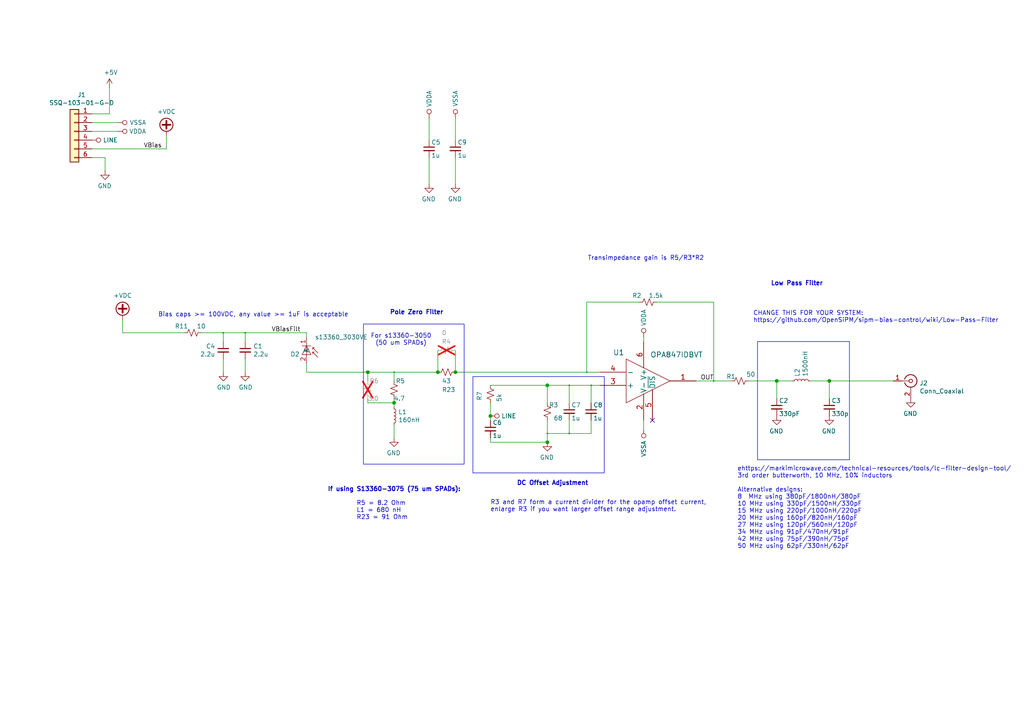
<source format=kicad_sch>
(kicad_sch (version 20250114) (generator "eeschema") (generator_version "9.0")
  (paper "A4")
  (lib_symbols
    (symbol "Connector:Conn_Coaxial" (pin_names (hide yes))
      (property "Reference" "J" (at 0.254 3.048 0))
      (property "Value" "Conn_Coaxial" (at 2.921 0 90))
      (symbol "Conn_Coaxial_0_1"
        (polyline (pts (xy -2.54 0) (xy -0.508 0)))
        (arc (start 1.778 0) (mid 0.222 -1.8079) (end -1.778 -0.508) (stroke (width 0.254)))
        (arc (start -1.778 0.508) (mid 0.2221 1.8084) (end 1.778 0) (stroke (width 0.254)))
        (circle (center 0 0) (radius 0.508) (stroke (width 0.2032)))
        (polyline (pts (xy 0 -2.54) (xy 0 -1.778)))
      )
      (symbol "Conn_Coaxial_1_1"
        (pin passive line (at -5.08 0 0) (length 2.54) (name "In") (number "1"))
        (pin passive line (at 0 -5.08 90) (length 2.54) (name "Ext") (number "2"))
      )
    )
    (symbol "Connector_Generic:Conn_01x06" (pin_names (hide yes))
      (property "Reference" "J" (at 0 7.62 0))
      (property "Value" "Conn_01x06" (at 0 -10.16 0))
      (symbol "Conn_01x06_1_1"
        (rectangle (start -1.27 6.35) (end 1.27 -8.89) (stroke (width 0.254)) (fill (type background)))
        (rectangle (start -1.27 5.207) (end 0 4.953) (stroke (width 0.1524)))
        (rectangle (start -1.27 2.667) (end 0 2.413) (stroke (width 0.1524)))
        (rectangle (start -1.27 0.127) (end 0 -0.127) (stroke (width 0.1524)))
        (rectangle (start -1.27 -2.413) (end 0 -2.667) (stroke (width 0.1524)))
        (rectangle (start -1.27 -4.953) (end 0 -5.207) (stroke (width 0.1524)))
        (rectangle (start -1.27 -7.493) (end 0 -7.747) (stroke (width 0.1524)))
        (pin passive line (at -5.08 5.08 0) (length 3.81) (name "Pin_1") (number "1"))
        (pin passive line (at -5.08 2.54 0) (length 3.81) (name "Pin_2") (number "2"))
        (pin passive line (at -5.08 0 0) (length 3.81) (name "Pin_3") (number "3"))
        (pin passive line (at -5.08 -2.54 0) (length 3.81) (name "Pin_4") (number "4"))
        (pin passive line (at -5.08 -5.08 0) (length 3.81) (name "Pin_5") (number "5"))
        (pin passive line (at -5.08 -7.62 0) (length 3.81) (name "Pin_6") (number "6"))
      )
    )
    (symbol "Device:C_Small" (pin_numbers (hide yes)) (pin_names (offset 0.254) (hide yes))
      (property "Reference" "C" (at 0.254 1.778 0))
      (property "Value" "C_Small" (at 0.254 -2.032 0))
      (symbol "C_Small_0_1"
        (polyline (pts (xy -1.524 0.508) (xy 1.524 0.508)) (stroke (width 0.3048)))
        (polyline (pts (xy -1.524 -0.508) (xy 1.524 -0.508)) (stroke (width 0.3302)))
      )
      (symbol "C_Small_1_1"
        (pin passive line (at 0 2.54 270) (length 2.032) (name "~") (number "1"))
        (pin passive line (at 0 -2.54 90) (length 2.032) (name "~") (number "2"))
      )
    )
    (symbol "Device:L_Small" (pin_numbers (hide yes)) (pin_names (offset 0.254) (hide yes))
      (property "Reference" "L" (at 0.762 1.016 0))
      (property "Value" "L_Small" (at 0.762 -1.016 0))
      (symbol "L_Small_0_1"
        (arc (start 0 2.032) (mid 0.5058 1.524) (end 0 1.016))
        (arc (start 0 1.016) (mid 0.5058 0.508) (end 0 0))
        (arc (start 0 0) (mid 0.5058 -0.508) (end 0 -1.016))
        (arc (start 0 -1.016) (mid 0.5058 -1.524) (end 0 -2.032))
      )
      (symbol "L_Small_1_1"
        (pin passive line (at 0 2.54 270) (length 0.508) (name "~") (number "1"))
        (pin passive line (at 0 -2.54 90) (length 0.508) (name "~") (number "2"))
      )
    )
    (symbol "Device:R_Small_US" (pin_numbers (hide yes)) (pin_names (offset 0.254) (hide yes))
      (property "Reference" "R" (at 0.762 0.508 0))
      (property "Value" "R_Small_US" (at 0.762 -1.016 0))
      (symbol "R_Small_US_1_1"
        (polyline (pts (xy 0 1.524) (xy 1.016 1.143) (xy 0 0.762) (xy -1.016 0.381) (xy 0 0)))
        (polyline (pts (xy 0 0) (xy 1.016 -0.381) (xy 0 -0.762) (xy -1.016 -1.143) (xy 0 -1.524)))
        (pin passive line (at 0 2.54 270) (length 1.016) (name "~") (number "1"))
        (pin passive line (at 0 -2.54 90) (length 1.016) (name "~") (number "2"))
      )
    )
    (symbol "OPA847:OPA847IDBVT" (pin_names (offset 0.254))
      (property "Reference" "U" (at 6.35 39.37 0))
      (property "Value" "OPA847IDBVT" (at 22.86 39.37 0))
      (symbol "OPA847IDBVT_1_0"
        (pin unspecified line (at 16.51 20.32 90) (length 8.89) (name "~{DIS}") (number "5"))
      )
      (symbol "OPA847IDBVT_1_1"
        (polyline (pts (xy 8.89 25.4) (xy 8.89 38.1) (xy 21.59 31.75) (xy 8.89 25.4)))
        (pin input line (at 1.27 34.29 0) (length 7.62) (name "-") (number "4"))
        (pin input line (at 1.27 30.48 0) (length 7.62) (name "+") (number "3"))
        (pin power_in line (at 13.97 43.18 270) (length 7.62) (name "V+") (number "6"))
        (pin power_in line (at 13.97 20.32 90) (length 7.62) (name "V-") (number "2"))
        (pin output line (at 29.21 31.75 180) (length 7.62) (name "~") (number "1"))
      )
    )
    (symbol "SIPMLibrary:S14160-3mm"
      (property "Reference" "D2" (at -0.1206 -1.9813 90))
      (property "Value" "s13360_3030VE" (at -5.08 17.78 90))
      (symbol "S14160-3mm_0_1"
        (polyline (pts (xy -2.54 1.27) (xy -2.54 -1.27)) (stroke (width 0.1524)))
        (polyline (pts (xy -2.032 1.778) (xy -1.524 1.778)))
        (polyline (pts (xy -0.508 3.302) (xy -2.032 1.778) (xy -2.032 2.286)))
        (polyline (pts (xy 0 1.27) (xy 0 -1.27)))
        (polyline (pts (xy 0 1.27) (xy -2.54 0) (xy 0 -1.27)))
        (polyline (pts (xy 0 0) (xy -2.54 0)))
        (polyline (pts (xy 0.762 3.302) (xy -0.762 1.778) (xy -0.762 2.286) (xy -0.762 1.778) (xy -0.254 1.778)))
      )
      (symbol "S14160-3mm_1_1"
        (pin passive line (at -5.08 0 0) (length 2.54) (name "K") (number "1"))
        (pin passive line (at 2.54 0 180) (length 2.54) (name "A") (number "2"))
      )
    )
    (symbol "power:+5V" (power) (pin_names (offset 0))
      (property "Value" "+5V" (at 0 3.556 0))
      (symbol "+5V_0_1"
        (polyline (pts (xy -0.762 1.27) (xy 0 2.54)))
        (polyline (pts (xy 0 2.54) (xy 0.762 1.27)))
        (polyline (pts (xy 0 0) (xy 0 2.54)))
      )
      (symbol "+5V_1_1"
        (pin power_in line (at 0 0 90) (length 0) (hide yes) (name "+5V") (number "1"))
      )
    )
    (symbol "power:+VDC" (power) (pin_names (offset 0))
      (property "Value" "+VDC" (at 0 6.35 0))
      (symbol "+VDC_0_1"
        (polyline (pts (xy -1.143 3.175) (xy 1.143 3.175)) (stroke (width 0.508)))
        (circle (center 0 3.175) (radius 1.905) (stroke (width 0.254)))
        (polyline (pts (xy 0 2.032) (xy 0 4.318)) (stroke (width 0.508)))
        (polyline (pts (xy 0 0) (xy 0 1.27)))
      )
      (symbol "+VDC_1_1"
        (pin power_in line (at 0 0 90) (length 0) (hide yes) (name "+VDC") (number "1"))
      )
    )
    (symbol "power:GND" (power) (pin_names (offset 0))
      (property "Value" "GND" (at 0 -3.81 0))
      (symbol "GND_0_1"
        (polyline (pts (xy 0 0) (xy 0 -1.27) (xy 1.27 -1.27) (xy 0 -2.54) (xy -1.27 -1.27) (xy 0 -1.27)))
      )
      (symbol "GND_1_1"
        (pin power_in line (at 0 0 270) (length 0) (hide yes) (name "GND") (number "1"))
      )
    )
    (symbol "power:LINE" (power) (pin_names (offset 0))
      (property "Value" "LINE" (at 0 3.81 0))
      (symbol "LINE_0_1"
        (circle (center 0 1.905) (radius 0.635))
        (polyline (pts (xy 0 0) (xy 0 1.27)))
      )
      (symbol "LINE_1_1"
        (pin power_in line (at 0 0 90) (length 0) (hide yes) (name "LINE") (number "1"))
      )
    )
    (symbol "power:VDDA" (power) (pin_names (offset 0))
      (property "Value" "VDDA" (at 0 3.81 0))
      (symbol "VDDA_0_1"
        (circle (center 0 1.905) (radius 0.635))
        (polyline (pts (xy 0 0) (xy 0 1.27)))
      )
      (symbol "VDDA_1_1"
        (pin power_in line (at 0 0 90) (length 0) (hide yes) (name "VDDA") (number "1"))
      )
    )
    (symbol "power:VSSA" (power) (pin_names (offset 0))
      (property "Value" "VSSA" (at 0 3.81 0))
      (symbol "VSSA_0_1"
        (circle (center 0 1.905) (radius 0.635))
        (polyline (pts (xy 0 0) (xy 0 1.27)))
      )
      (symbol "VSSA_1_1"
        (pin power_in line (at 0 0 90) (length 0) (hide yes) (name "VSSA") (number "1"))
      )
    )
  )
  (rectangle (start 105.41 93.98) (end 134.62 134.62))
  (rectangle (start 137.16 109.22) (end 175.26 137.16))
  (rectangle (start 219.71 99.06) (end 246.38 133.35))
  (text "Pole Zero Filter" (at 113.03 91.44 0) (effects (font (size 1.27 1.27) (thickness 0.254) (bold yes)) (justify left bottom)))
  (text "ehttps://markimicrowave.com/technical-resources/tools/lc-filter-design-tool/\n3rd order butterworth, 10 MHz, 10% inductors\n\nAlternative designs:  \n8  MHz using 380pF/1800nH/380pF\n10 MHz using 330pF/1500nH/330pF\n15 MHz using 220pF/1000nH/220pF\n20 MHz using 160pF/820nH/160pF\n27 MHz using 120pF/560nH/120pF\n34 MHz using 91pF/470nH/91pF\n42 MHz using 75pF/390nH/75pF\n50 MHz using 62pF/330nH/62pF" (at 213.868 159.258 0) (effects (font (size 1.27 1.27)) (justify left bottom)))
  (text "Bias caps >= 100VDC, any value >= 1uF is acceptable" (at 45.847 92.075 0) (effects (font (size 1.27 1.27)) (justify left bottom)))
  (text "Low Pass Filter" (at 231.14 82.296 0) (effects (font (size 1.27 1.27) (thickness 0.254) (bold yes))))
  (text "R5 = 8.2 Ohm\nL1 = 680 nH\nR23 = 91 Ohm" (at 103.378 150.876 0) (effects (font (size 1.27 1.27)) (justify left bottom)))
  (text "If using S13360-3075 (75 um SPADs):\n" (at 94.996 142.748 0) (effects (font (size 1.27 1.27) (thickness 0.254) (bold yes)) (justify left bottom)))
  (text "CHANGE THIS FOR YOUR SYSTEM:\nhttps://github.com/OpenSiPM/sipm-bias-control/wiki/Low-Pass-Filter" (at 218.44 93.726 0) (effects (font (size 1.27 1.27)) (justify left bottom)))
  (text "DC Offset Adjustment" (at 149.86 140.97 0) (effects (font (size 1.27 1.27) (thickness 0.254) (bold yes)) (justify left bottom)))
  (text "For s13360-3050\n(50 um SPADs)" (at 116.332 98.552 0) (effects (font (size 1.27 1.27))))
  (text "R3 and R7 form a current divider for the opamp offset current, \nenlarge R3 if you want larger offset range adjustment." (at 142.24 148.59 0) (effects (font (size 1.27 1.27)) (justify left bottom)))
  (text "Transimpedance gain is R5/R3*R2" (at 204.216 75.692 0) (effects (font (size 1.27 1.27)) (justify right bottom)))
  (junction (at 207.01 110.49) (diameter 0.3048))
  (junction (at 225.298 110.49))
  (junction (at 158.75 111.76))
  (junction (at 158.75 125.73) (diameter 0.3048))
  (junction (at 158.75 128.27))
  (junction (at 165.1 125.73) (diameter 0.3048))
  (junction (at 142.24 120.65))
  (junction (at 64.77 96.52) (diameter 0.3048))
  (junction (at 170.18 107.95) (diameter 0.3048))
  (junction (at 71.12 96.52) (diameter 0.3048))
  (junction (at 171.45 111.76) (diameter 0.3048))
  (junction (at 127 107.95))
  (junction (at 240.538 110.49))
  (junction (at 165.1 111.76) (diameter 0.3048))
  (junction (at 132.08 107.95))
  (junction (at 106.68 107.95))
  (junction (at 114.3 116.84))
  (junction (at 114.3 107.95) (diameter 0.3048))
  (no_connect (at 189.23 121.92))
  (wire (pts (xy 142.24 120.65) (xy 142.24 116.84)))
  (wire (pts (xy 217.17 110.49) (xy 225.298 110.49)))
  (wire (pts (xy 158.75 125.73) (xy 165.1 125.73)))
  (wire (pts (xy 71.12 99.06) (xy 71.12 96.52)))
  (wire (pts (xy 158.75 111.76) (xy 165.1 111.76)))
  (wire (pts (xy 88.9 107.95) (xy 106.68 107.95)))
  (wire (pts (xy 165.1 116.84) (xy 165.1 111.76)))
  (wire (pts (xy 26.67 33.02) (xy 31.75 33.02)))
  (wire (pts (xy 170.18 107.95) (xy 132.08 107.95)))
  (wire (pts (xy 106.68 116.84) (xy 114.3 116.84)))
  (wire (pts (xy 158.75 121.92) (xy 158.75 125.73)))
  (wire (pts (xy 127 101.6) (xy 127 107.95)))
  (wire (pts (xy 34.29 38.1) (xy 26.67 38.1)))
  (wire (pts (xy 31.75 33.02) (xy 31.75 25.4)))
  (wire (pts (xy 132.08 45.72) (xy 132.08 53.34)))
  (wire (pts (xy 124.46 45.72) (xy 124.46 53.34)))
  (wire (pts (xy 170.18 107.95) (xy 173.99 107.95)))
  (wire (pts (xy 114.3 123.19) (xy 114.3 127)))
  (wire (pts (xy 132.08 101.6) (xy 132.08 107.95)))
  (wire (pts (xy 35.56 96.52) (xy 53.34 96.52)))
  (wire (pts (xy 64.77 104.14) (xy 64.77 107.95)))
  (wire (pts (xy 190.5 87.63) (xy 207.01 87.63)))
  (wire (pts (xy 142.24 127) (xy 142.24 128.27)))
  (wire (pts (xy 64.77 96.52) (xy 71.12 96.52)))
  (wire (pts (xy 132.08 34.29) (xy 132.08 40.64)))
  (wire (pts (xy 207.01 87.63) (xy 207.01 110.49)))
  (wire (pts (xy 64.77 96.52) (xy 64.77 99.06)))
  (wire (pts (xy 225.298 110.49) (xy 229.87 110.49)))
  (wire (pts (xy 71.12 96.52) (xy 88.9 96.52)))
  (wire (pts (xy 114.3 118.11) (xy 114.3 116.84)))
  (wire (pts (xy 158.75 111.76) (xy 158.75 116.84)))
  (wire (pts (xy 106.68 107.95) (xy 114.3 107.95)))
  (wire (pts (xy 30.48 45.72) (xy 26.67 45.72)))
  (wire (pts (xy 34.29 35.56) (xy 26.67 35.56)))
  (wire (pts (xy 30.48 49.53) (xy 30.48 45.72)))
  (wire (pts (xy 142.24 120.65) (xy 142.24 121.92)))
  (wire (pts (xy 240.538 110.49) (xy 259.08 110.49)))
  (wire (pts (xy 225.298 110.49) (xy 225.298 115.57)))
  (wire (pts (xy 170.18 87.63) (xy 185.42 87.63)))
  (wire (pts (xy 165.1 125.73) (xy 171.45 125.73)))
  (wire (pts (xy 165.1 125.73) (xy 165.1 121.92)))
  (wire (pts (xy 171.45 111.76) (xy 173.99 111.76)))
  (wire (pts (xy 106.68 115.57) (xy 106.68 116.84)))
  (wire (pts (xy 88.9 105.41) (xy 88.9 107.95)))
  (wire (pts (xy 142.24 111.76) (xy 158.75 111.76)))
  (wire (pts (xy 170.18 87.63) (xy 170.18 107.95)))
  (wire (pts (xy 58.42 96.52) (xy 64.77 96.52)))
  (wire (pts (xy 158.75 125.73) (xy 158.75 128.27)))
  (wire (pts (xy 88.9 96.52) (xy 88.9 97.79)))
  (wire (pts (xy 186.69 99.06) (xy 186.69 97.79)))
  (wire (pts (xy 165.1 111.76) (xy 171.45 111.76)))
  (wire (pts (xy 106.68 107.95) (xy 106.68 110.49)))
  (wire (pts (xy 114.3 107.95) (xy 127 107.95)))
  (wire (pts (xy 171.45 125.73) (xy 171.45 121.92)))
  (wire (pts (xy 240.538 110.49) (xy 240.538 115.57)))
  (wire (pts (xy 142.24 128.27) (xy 158.75 128.27)))
  (wire (pts (xy 186.69 124.46) (xy 186.69 121.92)))
  (wire (pts (xy 171.45 116.84) (xy 171.45 111.76)))
  (wire (pts (xy 35.56 92.71) (xy 35.56 96.52)))
  (wire (pts (xy 234.95 110.49) (xy 240.538 110.49)))
  (wire (pts (xy 124.46 34.29) (xy 124.46 40.64)))
  (wire (pts (xy 114.3 116.84) (xy 114.3 115.57)))
  (wire (pts (xy 207.01 110.49) (xy 201.93 110.49)))
  (wire (pts (xy 114.3 110.49) (xy 114.3 107.95)))
  (wire (pts (xy 71.12 107.95) (xy 71.12 104.14)))
  (wire (pts (xy 48.26 39.37) (xy 48.26 43.18)))
  (wire (pts (xy 26.67 43.18) (xy 48.26 43.18)))
  (wire (pts (xy 207.01 110.49) (xy 212.09 110.49)))
  (label "VBias" (at 46.99 43.18 180))
  (label "OUT" (at 207.01 110.49 180))
  (label "VBiasFilt" (at 78.74 96.52 0))
  (symbol (lib_id "Connector_Generic:Conn_01x06") (at 21.59 38.1 0) (mirror y) (unit 1)
    (property "Reference" "J1" (at 23.6728 27.5082 0))
    (property "Value" "SSQ-103-01-G-D" (at 23.6728 29.8196 0))
    (property "Footprint" "footprints:PinHeader_2x03_P2.54mm_Vertical" (effects (hide yes)))
  )
  (symbol (lib_id "power:+5V") (at 31.75 25.4 0) (unit 1)
    (property "Reference" "#PWR0101" (effects (hide yes)))
    (property "Value" "+5V" (at 32.131 21.0058 0))
  )
  (symbol (lib_id "OPA847:OPA847IDBVT") (at 172.72 142.24 0) (unit 1)
    (property "Reference" "U1" (at 177.8 102.235 0) (effects (font (size 1.524 1.524)) (justify left)))
    (property "Value" "OPA847IDBVT" (at 188.595 102.87 0) (effects (font (size 1.524 1.524)) (justify left)))
    (property "Footprint" "footprints:OPA847IDBVT" (effects (hide yes)))
  )
  (symbol (lib_id "power:VDDA") (at 34.29 38.1 270) (mirror x) (unit 1)
    (property "Reference" "#PWR04" (effects (hide yes)))
    (property "Value" "VDDA" (at 37.465 38.1 90) (effects (justify left)))
  )
  (symbol (lib_id "power:VSSA") (at 34.29 35.56 270) (mirror x) (unit 1)
    (property "Reference" "#PWR03" (effects (hide yes)))
    (property "Value" "VSSA" (at 40.005 35.56 90))
  )
  (symbol (lib_id "power:GND") (at 30.48 49.53 0) (mirror y) (unit 1)
    (property "Reference" "#PWR01" (effects (hide yes)))
    (property "Value" "GND" (at 30.353 53.9242 0))
  )
  (symbol (lib_id "power:+VDC") (at 48.26 39.37 0) (mirror y) (unit 1)
    (property "Reference" "#PWR05" (effects (hide yes)))
    (property "Value" "+VDC" (at 48.26 32.385 0))
  )
  (symbol (lib_id "power:+VDC") (at 35.56 92.71 0) (unit 1)
    (property "Reference" "#PWR02" (effects (hide yes)))
    (property "Value" "+VDC" (at 35.56 85.725 0))
  )
  (symbol (lib_id "Device:R_Small_US") (at 55.88 96.52 90) (unit 1)
    (property "Reference" "R11" (at 54.61 94.615 90) (effects (justify left)))
    (property "Value" "10" (at 59.69 94.615 90) (effects (justify left)))
    (property "Footprint" "Resistor_SMD:R_0402_1005Metric_Pad0.72x0.64mm_HandSolder" (effects (hide yes)))
  )
  (symbol (lib_id "Device:C_Small") (at 71.12 101.6 0) (unit 1)
    (property "Reference" "C1" (at 73.4568 100.4316 0) (effects (justify left)))
    (property "Value" "2.2u" (at 73.457 102.743 0) (effects (justify left)))
    (property "Footprint" "Capacitor_SMD:C_1206_3216Metric" (effects (hide yes)))
    (property "Voltage" "100V" (effects (hide yes)))
  )
  (symbol (lib_id "power:GND") (at 71.12 107.95 0) (unit 1)
    (property "Reference" "#PWR07" (effects (hide yes)))
    (property "Value" "GND" (at 71.247 112.3442 0))
  )
  (symbol (lib_id "Device:R_Small_US") (at 187.96 87.63 90) (unit 1)
    (property "Reference" "R2" (at 186.055 85.725 90) (effects (justify left)))
    (property "Value" "1.5k" (at 192.405 85.725 90) (effects (justify left)))
    (property "Footprint" "Resistor_SMD:R_0402_1005Metric_Pad0.72x0.64mm_HandSolder" (effects (hide yes)))
  )
  (symbol (lib_id "power:VDDA") (at 186.69 97.79 0) (mirror y) (unit 1)
    (property "Reference" "#PWR016" (effects (hide yes)))
    (property "Value" "VDDA" (at 186.69 94.615 90) (effects (justify left)))
  )
  (symbol (lib_id "power:VSSA") (at 186.69 124.46 0) (mirror x) (unit 1)
    (property "Reference" "#PWR017" (effects (hide yes)))
    (property "Value" "VSSA" (at 186.69 130.175 90))
  )
  (symbol (lib_id "Device:C_Small") (at 132.08 43.18 0) (unit 1)
    (property "Reference" "C9" (at 132.715 41.275 0) (effects (justify left)))
    (property "Value" "1u" (at 132.715 45.085 0) (effects (justify left)))
    (property "Footprint" "Capacitor_SMD:C_0402_1005Metric" (effects (hide yes)))
    (property "Voltage" "10V" (effects (hide yes)))
  )
  (symbol (lib_id "power:VDDA") (at 124.46 34.29 0) (mirror y) (unit 1)
    (property "Reference" "#PWR014" (effects (hide yes)))
    (property "Value" "VDDA" (at 124.46 31.115 90) (effects (justify left)))
  )
  (symbol (lib_id "power:GND") (at 132.08 53.34 0) (mirror y) (unit 1)
    (property "Reference" "#PWR019" (effects (hide yes)))
    (property "Value" "GND" (at 131.953 57.7342 0))
  )
  (symbol (lib_id "Device:C_Small") (at 124.46 43.18 0) (unit 1)
    (property "Reference" "C5" (at 125.095 41.275 0) (effects (justify left)))
    (property "Value" "1u" (at 125.095 45.085 0) (effects (justify left)))
    (property "Footprint" "Capacitor_SMD:C_0402_1005Metric" (effects (hide yes)))
    (property "Voltage" "10V" (effects (hide yes)))
  )
  (symbol (lib_id "power:GND") (at 124.46 53.34 0) (mirror y) (unit 1)
    (property "Reference" "#PWR015" (effects (hide yes)))
    (property "Value" "GND" (at 124.333 57.7342 0))
  )
  (symbol (lib_id "Device:C_Small") (at 165.1 119.38 0) (unit 1)
    (property "Reference" "C7" (at 165.735 117.475 0) (effects (justify left)))
    (property "Value" "1u" (at 165.735 121.285 0) (effects (justify left)))
    (property "Footprint" "Capacitor_SMD:C_0402_1005Metric" (effects (hide yes)))
    (property "Voltage" "10V" (effects (hide yes)))
  )
  (symbol (lib_id "Device:C_Small") (at 171.45 119.38 0) (unit 1)
    (property "Reference" "C8" (at 172.085 117.475 0) (effects (justify left)))
    (property "Value" "1u" (at 172.085 121.285 0) (effects (justify left)))
    (property "Footprint" "Capacitor_SMD:C_0402_1005Metric" (effects (hide yes)))
    (property "Voltage" "10V" (effects (hide yes)))
  )
  (symbol (lib_id "Device:R_Small_US") (at 158.75 119.38 180) (unit 1)
    (property "Reference" "R3" (at 161.925 117.475 0) (effects (justify left)))
    (property "Value" "68" (at 163.195 121.285 0) (effects (justify left)))
    (property "Footprint" "Resistor_SMD:R_0402_1005Metric_Pad0.72x0.64mm_HandSolder" (effects (hide yes)))
  )
  (symbol (lib_id "power:GND") (at 158.75 128.27 0) (mirror y) (unit 1)
    (property "Reference" "#PWR013" (effects (hide yes)))
    (property "Value" "GND" (at 158.623 132.6642 0))
  )
  (symbol (lib_id "Device:L_Small") (at 114.3 120.65 0) (unit 1)
    (property "Reference" "L1" (at 115.5192 119.4816 0) (effects (justify left)))
    (property "Value" "160nH" (at 115.519 121.793 0) (effects (justify left)))
    (property "Footprint" "Inductor_SMD:L_0603_1608Metric_Pad1.05x0.95mm_HandSolder" (effects (hide yes)))
  )
  (symbol (lib_id "Device:R_Small_US") (at 129.54 107.95 90) (unit 1)
    (property "Reference" "R23" (at 132.08 113.03 90) (effects (justify left)))
    (property "Value" "43" (at 130.81 110.49 90) (effects (justify left)))
    (property "Footprint" "Resistor_SMD:R_0402_1005Metric_Pad0.72x0.64mm_HandSolder" (effects (hide yes)))
  )
  (symbol (lib_id "Device:R_Small_US") (at 114.3 113.03 180) (unit 1)
    (property "Reference" "R5" (at 117.475 110.49 0) (effects (justify left)))
    (property "Value" "4.7" (at 117.475 115.57 0) (effects (justify left)))
    (property "Footprint" "Resistor_SMD:R_0402_1005Metric_Pad0.72x0.64mm_HandSolder" (effects (hide yes)))
  )
  (symbol (lib_id "power:GND") (at 114.3 127 0) (mirror y) (unit 1)
    (property "Reference" "#PWR020" (effects (hide yes)))
    (property "Value" "GND" (at 114.173 131.3942 0))
  )
  (symbol (lib_id "power:VSSA") (at 132.08 34.29 0) (mirror y) (unit 1)
    (property "Reference" "#PWR018" (effects (hide yes)))
    (property "Value" "VSSA" (at 132.08 28.575 90))
  )
  (symbol (lib_id "power:GND") (at 264.16 115.57 0) (mirror y) (unit 1)
    (property "Reference" "#PWR028" (effects (hide yes)))
    (property "Value" "GND" (at 264.033 119.9642 0))
  )
  (symbol (lib_id "Device:R_Small_US") (at 214.63 110.49 90) (unit 1)
    (property "Reference" "R1" (at 213.36 109.22 90) (effects (justify left)))
    (property "Value" "50" (at 219.075 108.585 90) (effects (justify left)))
    (property "Footprint" "Resistor_SMD:R_0402_1005Metric_Pad0.72x0.64mm_HandSolder" (effects (hide yes)))
  )
  (symbol (lib_id "Device:R_Small_US") (at 142.24 114.3 0) (unit 1)
    (property "Reference" "R7" (at 139.065 116.205 90) (effects (justify left)))
    (property "Value" "5k" (at 144.78 116.586 90) (effects (justify left)))
    (property "Footprint" "Resistor_SMD:R_0402_1005Metric_Pad0.72x0.64mm_HandSolder" (effects (hide yes)))
  )
  (symbol (lib_id "Connector:Conn_Coaxial") (at 264.16 110.49 0) (unit 1)
    (property "Reference" "J2" (at 266.7 111.125 0) (effects (justify left)))
    (property "Value" "Conn_Coaxial" (at 266.7 113.4364 0) (effects (justify left)))
    (property "Footprint" "Connector_Coaxial:SMB_Jack_Vertical" (effects (hide yes)))
    (property "Digikey" "WM5528-ND" (effects (hide yes)))
  )
  (symbol (lib_id "power:LINE") (at 26.67 40.64 270) (mirror x) (unit 1)
    (property "Reference" "#PWR0103" (effects (hide yes)))
    (property "Value" "LINE" (at 29.845 40.64 90) (effects (justify left)))
  )
  (symbol (lib_id "power:LINE") (at 142.24 120.65 270) (mirror x) (unit 1)
    (property "Reference" "#PWR0104" (effects (hide yes)))
    (property "Value" "LINE" (at 145.415 120.65 90) (effects (justify left)))
  )
  (symbol (lib_id "Device:L_Small") (at 232.41 110.49 90) (unit 1)
    (property "Reference" "L2" (at 231.2416 109.2708 0) (effects (justify left)))
    (property "Value" "1500nH" (at 233.553 109.271 0) (effects (justify left)))
    (property "Footprint" "Inductor_SMD:L_0402_1005Metric" (effects (hide yes)))
    (property "part" "MLF1005GR56JTD25" (effects (hide yes)))
  )
  (symbol (lib_id "Device:C_Small") (at 225.298 118.11 0) (unit 1)
    (property "Reference" "C2" (at 225.933 116.205 0) (effects (justify left)))
    (property "Value" "330pF" (at 225.933 120.015 0) (effects (justify left)))
    (property "Footprint" "Capacitor_SMD:C_0402_1005Metric" (effects (hide yes)))
  )
  (symbol (lib_id "power:GND") (at 225.298 120.65 0) (mirror y) (unit 1)
    (property "Reference" "#PWR0106" (effects (hide yes)))
    (property "Value" "GND" (at 225.171 125.0442 0))
  )
  (symbol (lib_id "Device:C_Small") (at 142.24 124.46 0) (unit 1)
    (property "Reference" "C6" (at 142.875 122.555 0) (effects (justify left)))
    (property "Value" "1u" (at 142.875 126.365 0) (effects (justify left)))
    (property "Footprint" "Capacitor_SMD:C_0402_1005Metric" (effects (hide yes)))
    (property "Voltage" "10V" (effects (hide yes)))
  )
  (symbol (lib_id "Device:R_Small_US") (at 106.68 113.03 180) (unit 1) (dnp yes)
    (property "Reference" "R6" (at 109.855 110.49 0) (effects (justify left)))
    (property "Value" "3.0" (at 109.855 115.57 0) (effects (justify left)))
    (property "Footprint" "Resistor_SMD:R_0402_1005Metric_Pad0.72x0.64mm_HandSolder" (effects (hide yes)))
  )
  (symbol (lib_id "Device:C_Small") (at 64.77 101.6 0) (mirror y) (unit 1)
    (property "Reference" "C4" (at 62.4332 100.4316 0) (effects (justify left)))
    (property "Value" "2.2u" (at 62.433 102.743 0) (effects (justify left)))
    (property "Footprint" "Capacitor_SMD:C_1206_3216Metric" (effects (hide yes)))
    (property "Voltage" "100V" (effects (hide yes)))
  )
  (symbol (lib_id "power:GND") (at 240.538 120.65 0) (mirror y) (unit 1)
    (property "Reference" "#PWR0105" (effects (hide yes)))
    (property "Value" "GND" (at 240.411 125.0442 0))
  )
  (symbol (lib_id "power:GND") (at 64.77 107.95 0) (unit 1)
    (property "Reference" "#PWR0102" (effects (hide yes)))
    (property "Value" "GND" (at 64.897 112.3442 0))
  )
  (symbol (lib_id "Device:R_Small_US") (at 129.54 101.6 90) (unit 1) (dnp yes)
    (property "Reference" "R4" (at 130.81 99.06 90) (effects (justify left)))
    (property "Value" "0" (at 129.54 96.52 90) (effects (justify left)))
    (property "Footprint" "Resistor_SMD:R_0402_1005Metric_Pad0.72x0.64mm_HandSolder" (effects (hide yes)))
  )
  (symbol (lib_id "SIPMLibrary:S14160-3mm") (at 88.9 102.87 270) (unit 1)
    (property "Reference" "D2" (at 86.9187 102.7494 90) (effects (justify right)))
    (property "Value" "s13360_3030VE" (at 106.68 97.79 90) (effects (justify right)))
    (property "Footprint" "footprints:S13360-3050VE" (effects (hide yes)))
    (property "Datasheet" "http://www.osram-https://www.hamamatsu.com/resources/pdf/ssd/s14160-1310ps_etc_kapd1070e.pdf" (effects (hide yes)))
  )
  (symbol (lib_id "Device:C_Small") (at 240.538 118.11 0) (unit 1)
    (property "Reference" "C3" (at 241.173 116.205 0) (effects (justify left)))
    (property "Value" "330p" (at 241.173 120.015 0) (effects (justify left)))
    (property "Footprint" "Capacitor_SMD:C_0402_1005Metric" (effects (hide yes)))
  )
)
</source>
